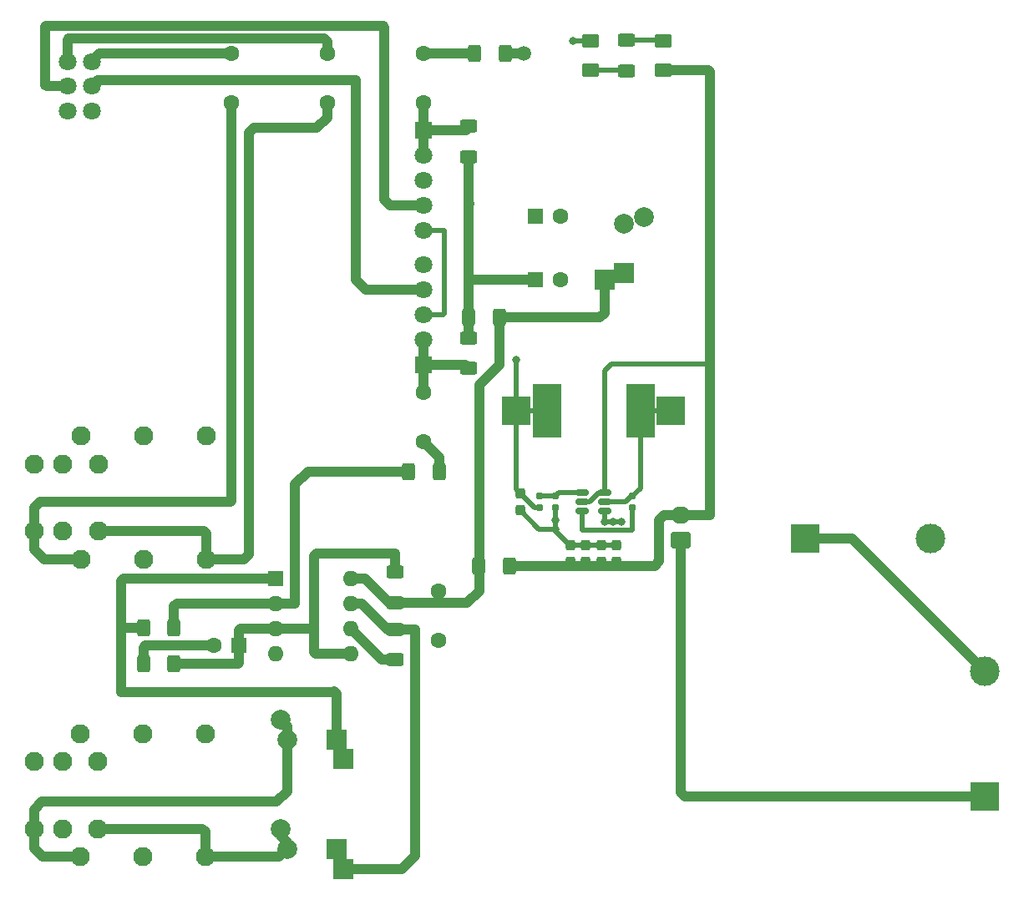
<source format=gbr>
%TF.GenerationSoftware,KiCad,Pcbnew,(6.0.0)*%
%TF.CreationDate,2022-02-22T13:24:48+00:00*%
%TF.ProjectId,Tube Headphone project V3,54756265-2048-4656-9164-70686f6e6520,rev?*%
%TF.SameCoordinates,Original*%
%TF.FileFunction,Copper,L1,Top*%
%TF.FilePolarity,Positive*%
%FSLAX46Y46*%
G04 Gerber Fmt 4.6, Leading zero omitted, Abs format (unit mm)*
G04 Created by KiCad (PCBNEW (6.0.0)) date 2022-02-22 13:24:48*
%MOMM*%
%LPD*%
G01*
G04 APERTURE LIST*
G04 Aperture macros list*
%AMRoundRect*
0 Rectangle with rounded corners*
0 $1 Rounding radius*
0 $2 $3 $4 $5 $6 $7 $8 $9 X,Y pos of 4 corners*
0 Add a 4 corners polygon primitive as box body*
4,1,4,$2,$3,$4,$5,$6,$7,$8,$9,$2,$3,0*
0 Add four circle primitives for the rounded corners*
1,1,$1+$1,$2,$3*
1,1,$1+$1,$4,$5*
1,1,$1+$1,$6,$7*
1,1,$1+$1,$8,$9*
0 Add four rect primitives between the rounded corners*
20,1,$1+$1,$2,$3,$4,$5,0*
20,1,$1+$1,$4,$5,$6,$7,0*
20,1,$1+$1,$6,$7,$8,$9,0*
20,1,$1+$1,$8,$9,$2,$3,0*%
G04 Aperture macros list end*
%TA.AperFunction,ComponentPad*%
%ADD10R,3.000000X3.000000*%
%TD*%
%TA.AperFunction,ComponentPad*%
%ADD11C,3.000000*%
%TD*%
%TA.AperFunction,SMDPad,CuDef*%
%ADD12RoundRect,0.250000X0.625000X-0.400000X0.625000X0.400000X-0.625000X0.400000X-0.625000X-0.400000X0*%
%TD*%
%TA.AperFunction,ComponentPad*%
%ADD13C,1.950000*%
%TD*%
%TA.AperFunction,SMDPad,CuDef*%
%ADD14RoundRect,0.237500X0.237500X-0.300000X0.237500X0.300000X-0.237500X0.300000X-0.237500X-0.300000X0*%
%TD*%
%TA.AperFunction,SMDPad,CuDef*%
%ADD15RoundRect,0.250000X0.400000X0.625000X-0.400000X0.625000X-0.400000X-0.625000X0.400000X-0.625000X0*%
%TD*%
%TA.AperFunction,ComponentPad*%
%ADD16R,1.600000X1.600000*%
%TD*%
%TA.AperFunction,ComponentPad*%
%ADD17C,1.600000*%
%TD*%
%TA.AperFunction,ComponentPad*%
%ADD18O,1.600000X1.600000*%
%TD*%
%TA.AperFunction,ComponentPad*%
%ADD19R,1.800000X1.800000*%
%TD*%
%TA.AperFunction,ComponentPad*%
%ADD20C,1.800000*%
%TD*%
%TA.AperFunction,ComponentPad*%
%ADD21R,2.000000X2.000000*%
%TD*%
%TA.AperFunction,ComponentPad*%
%ADD22C,2.000000*%
%TD*%
%TA.AperFunction,SMDPad,CuDef*%
%ADD23R,3.000000X5.500000*%
%TD*%
%TA.AperFunction,SMDPad,CuDef*%
%ADD24RoundRect,0.250000X-0.625000X0.400000X-0.625000X-0.400000X0.625000X-0.400000X0.625000X0.400000X0*%
%TD*%
%TA.AperFunction,SMDPad,CuDef*%
%ADD25RoundRect,0.250001X-0.624999X0.462499X-0.624999X-0.462499X0.624999X-0.462499X0.624999X0.462499X0*%
%TD*%
%TA.AperFunction,SMDPad,CuDef*%
%ADD26RoundRect,0.250001X0.624999X-0.462499X0.624999X0.462499X-0.624999X0.462499X-0.624999X-0.462499X0*%
%TD*%
%TA.AperFunction,SMDPad,CuDef*%
%ADD27RoundRect,0.250000X-0.400000X-0.625000X0.400000X-0.625000X0.400000X0.625000X-0.400000X0.625000X0*%
%TD*%
%TA.AperFunction,SMDPad,CuDef*%
%ADD28RoundRect,0.155000X-0.155000X0.212500X-0.155000X-0.212500X0.155000X-0.212500X0.155000X0.212500X0*%
%TD*%
%TA.AperFunction,SMDPad,CuDef*%
%ADD29R,3.000000X2.900000*%
%TD*%
%TA.AperFunction,SMDPad,CuDef*%
%ADD30RoundRect,0.150000X0.512500X0.150000X-0.512500X0.150000X-0.512500X-0.150000X0.512500X-0.150000X0*%
%TD*%
%TA.AperFunction,SMDPad,CuDef*%
%ADD31RoundRect,0.160000X-0.160000X0.197500X-0.160000X-0.197500X0.160000X-0.197500X0.160000X0.197500X0*%
%TD*%
%TA.AperFunction,SMDPad,CuDef*%
%ADD32RoundRect,0.160000X0.160000X-0.197500X0.160000X0.197500X-0.160000X0.197500X-0.160000X-0.197500X0*%
%TD*%
%TA.AperFunction,ComponentPad*%
%ADD33RoundRect,0.250000X0.750000X-0.600000X0.750000X0.600000X-0.750000X0.600000X-0.750000X-0.600000X0*%
%TD*%
%TA.AperFunction,ComponentPad*%
%ADD34O,2.000000X1.700000*%
%TD*%
%TA.AperFunction,ViaPad*%
%ADD35C,0.800000*%
%TD*%
%TA.AperFunction,ViaPad*%
%ADD36C,1.500000*%
%TD*%
%TA.AperFunction,Conductor*%
%ADD37C,1.000000*%
%TD*%
%TA.AperFunction,Conductor*%
%ADD38C,0.500000*%
%TD*%
G04 APERTURE END LIST*
D10*
%TO.P,BT1,1,+*%
%TO.N,Net-(BT1-Pad1)*%
X256710000Y-124600000D03*
D11*
%TO.P,BT1,2,-*%
%TO.N,Net-(BT1-Pad2)*%
X256710000Y-111900000D03*
%TD*%
D12*
%TO.P,R3,1*%
%TO.N,/R_TOUT*%
X204390000Y-81190000D03*
%TO.P,R3,2*%
%TO.N,/T_PWR*%
X204390000Y-78090000D03*
%TD*%
D13*
%TO.P,J1,R*%
%TO.N,N/C*%
X171390000Y-100552670D03*
X171390000Y-88052670D03*
X163240000Y-97702670D03*
X163240000Y-90902670D03*
%TO.P,J1,S*%
%TO.N,/R_IN*%
X165040000Y-88052670D03*
X160340000Y-90902670D03*
X165040000Y-100552670D03*
X160340000Y-97702670D03*
%TO.P,J1,T*%
%TO.N,/L_IN*%
X166840000Y-90902670D03*
X166840000Y-97702670D03*
X177740000Y-100552670D03*
X177740000Y-88052670D03*
%TD*%
D14*
%TO.P,C15,1*%
%TO.N,+18V*%
X217800000Y-100822500D03*
%TO.P,C15,2*%
%TO.N,GND*%
X217800000Y-99097500D03*
%TD*%
D15*
%TO.P,R11,1*%
%TO.N,+18V*%
X208510000Y-101230332D03*
%TO.P,R11,2*%
%TO.N,/PWR*%
X205410000Y-101230332D03*
%TD*%
D16*
%TO.P,C13,1*%
%TO.N,+2.5V*%
X211161167Y-65810000D03*
D17*
%TO.P,C13,2*%
%TO.N,GND*%
X213661167Y-65810000D03*
%TD*%
D14*
%TO.P,C1,1*%
%TO.N,GND*%
X209583119Y-95582500D03*
%TO.P,C1,2*%
%TO.N,+2.5V*%
X209583119Y-93857500D03*
%TD*%
D16*
%TO.P,U3,1*%
%TO.N,/R_OPOUT*%
X184805000Y-102505000D03*
D18*
%TO.P,U3,2,-*%
%TO.N,/R_OPIN*%
X184805000Y-105045000D03*
%TO.P,U3,3,+*%
%TO.N,/PWR-*%
X184805000Y-107585000D03*
%TO.P,U3,4,V-*%
%TO.N,GND*%
X184805000Y-110125000D03*
%TO.P,U3,5,+*%
%TO.N,/PWR-*%
X192425000Y-110125000D03*
%TO.P,U3,6,-*%
%TO.N,/L_OPIN*%
X192425000Y-107585000D03*
%TO.P,U3,7*%
%TO.N,/L_OPOUT*%
X192425000Y-105045000D03*
%TO.P,U3,8,V+*%
%TO.N,/PWR*%
X192425000Y-102505000D03*
%TD*%
D19*
%TO.P,U2,1,P*%
%TO.N,/R_TOUT*%
X199775112Y-80850000D03*
D20*
%TO.P,U2,2,G2*%
X199775112Y-78310000D03*
%TO.P,U2,3,F+\u002CG3*%
%TO.N,Net-(U1-Pad5)*%
X199775112Y-75770000D03*
%TO.P,U2,4,G1*%
%TO.N,/R_TIN*%
X199775112Y-73230000D03*
%TO.P,U2,5,F+\u002CG3*%
%TO.N,GND*%
X199775112Y-70690000D03*
%TD*%
D16*
%TO.P,C5,1*%
%TO.N,/T_PWR*%
X211161167Y-72240000D03*
D17*
%TO.P,C5,2*%
%TO.N,GND*%
X213661167Y-72240000D03*
%TD*%
D20*
%TO.P,RV1,1,1*%
%TO.N,/L_POT*%
X163700000Y-50070000D03*
%TO.P,RV1,2,2*%
%TO.N,/L_TIN*%
X163700000Y-52570000D03*
%TO.P,RV1,3,3*%
%TO.N,GND*%
X163700000Y-55070000D03*
%TO.P,RV1,4,4*%
%TO.N,/R_POT*%
X166200000Y-50070000D03*
%TO.P,RV1,5,5*%
%TO.N,/R_TIN*%
X166200000Y-52570000D03*
%TO.P,RV1,6,6*%
%TO.N,GND*%
X166200000Y-55070000D03*
%TD*%
D21*
%TO.P,C10,1*%
%TO.N,/PWR*%
X220137362Y-71530591D03*
X218137362Y-72202735D03*
D22*
%TO.P,C10,2*%
%TO.N,GND*%
X222137362Y-65858447D03*
X220137362Y-66530591D03*
%TD*%
D12*
%TO.P,R10,1*%
%TO.N,/L_OPIN*%
X196932449Y-110755000D03*
%TO.P,R10,2*%
%TO.N,/L_OPOUT*%
X196932449Y-107655000D03*
%TD*%
D14*
%TO.P,C14,1*%
%TO.N,+18V*%
X219360198Y-100822500D03*
%TO.P,C14,2*%
%TO.N,GND*%
X219360198Y-99097500D03*
%TD*%
D21*
%TO.P,C12,1*%
%TO.N,/L_OPOUT*%
X191627689Y-131938024D03*
X190955545Y-129938024D03*
D22*
%TO.P,C12,2*%
%TO.N,/L_OUT*%
X185283401Y-127938024D03*
X185955545Y-129938024D03*
%TD*%
D21*
%TO.P,C11,1*%
%TO.N,/R_OPOUT*%
X190955545Y-118841976D03*
X191627689Y-120841976D03*
D22*
%TO.P,C11,2*%
%TO.N,/R_OUT*%
X185955545Y-118841976D03*
X185283401Y-116841976D03*
%TD*%
D23*
%TO.P,REF\u002A\u002A,1*%
%TO.N,+2.5V*%
X212280000Y-85540000D03*
%TO.P,REF\u002A\u002A,2*%
%TO.N,Net-(C2-Pad1)*%
X221780000Y-85540000D03*
%TD*%
D24*
%TO.P,R2,1*%
%TO.N,/L_TOUT*%
X204390000Y-56660000D03*
%TO.P,R2,2*%
%TO.N,/T_PWR*%
X204390000Y-59760000D03*
%TD*%
D16*
%TO.P,C9,1*%
%TO.N,/PWR-*%
X181075113Y-109296335D03*
D17*
%TO.P,C9,2*%
%TO.N,GND*%
X178575113Y-109296335D03*
%TD*%
D25*
%TO.P,D2,1,K*%
%TO.N,GND*%
X216690000Y-48015000D03*
%TO.P,D2,2,A*%
%TO.N,Net-(D2-Pad2)*%
X216690000Y-50990000D03*
%TD*%
D26*
%TO.P,D1,1,K*%
%TO.N,+18V*%
X224090000Y-50945000D03*
%TO.P,D1,2,A*%
%TO.N,Net-(D1-Pad2)*%
X224090000Y-47970000D03*
%TD*%
D15*
%TO.P,R5,1*%
%TO.N,Net-(C7-Pad1)*%
X201390000Y-91650000D03*
%TO.P,R5,2*%
%TO.N,/R_OPIN*%
X198290000Y-91650000D03*
%TD*%
%TO.P,R9,1*%
%TO.N,/R_OPIN*%
X174510000Y-107476335D03*
%TO.P,R9,2*%
%TO.N,/R_OPOUT*%
X171410000Y-107476335D03*
%TD*%
D27*
%TO.P,R6,1*%
%TO.N,Net-(C8-Pad1)*%
X204955112Y-49260000D03*
%TO.P,R6,2*%
%TO.N,/L_OPIN*%
X208055112Y-49260000D03*
%TD*%
D28*
%TO.P,C2,1*%
%TO.N,Net-(C2-Pad1)*%
X220964485Y-94158629D03*
%TO.P,C2,2*%
%TO.N,Net-(C2-Pad2)*%
X220964485Y-95293629D03*
%TD*%
D12*
%TO.P,R1,1*%
%TO.N,Net-(D2-Pad2)*%
X220390000Y-51030000D03*
%TO.P,R1,2*%
%TO.N,Net-(D1-Pad2)*%
X220390000Y-47930000D03*
%TD*%
D29*
%TO.P,L1,1,1*%
%TO.N,+2.5V*%
X209180000Y-85540000D03*
%TO.P,L1,2,2*%
%TO.N,Net-(C2-Pad1)*%
X224880000Y-85540000D03*
%TD*%
D17*
%TO.P,C17,1*%
%TO.N,GND*%
X201320000Y-108805000D03*
%TO.P,C17,2*%
%TO.N,/PWR*%
X201320000Y-103805000D03*
%TD*%
D30*
%TO.P,U4,1,GND*%
%TO.N,GND*%
X218167500Y-95686129D03*
%TO.P,U4,2,SW*%
%TO.N,Net-(C2-Pad1)*%
X218167500Y-94736129D03*
%TO.P,U4,3,VIN*%
%TO.N,+18V*%
X218167500Y-93786129D03*
%TO.P,U4,4,FB*%
%TO.N,Net-(R12-Pad2)*%
X215892500Y-93786129D03*
%TO.P,U4,5,EN*%
%TO.N,+18V*%
X215892500Y-94736129D03*
%TO.P,U4,6,CB*%
%TO.N,Net-(C2-Pad2)*%
X215892500Y-95686129D03*
%TD*%
D31*
%TO.P,R13,1*%
%TO.N,Net-(R12-Pad2)*%
X213152150Y-94128629D03*
%TO.P,R13,2*%
%TO.N,GND*%
X213152150Y-95323629D03*
%TD*%
D19*
%TO.P,U1,1,P*%
%TO.N,/L_TOUT*%
X199775112Y-57017741D03*
D20*
%TO.P,U1,2,G2*%
X199775112Y-59557741D03*
%TO.P,U1,3,F+\u002CG3*%
%TO.N,+2.5V*%
X199775112Y-62097741D03*
%TO.P,U1,4,G1*%
%TO.N,/L_TIN*%
X199775112Y-64637741D03*
%TO.P,U1,5,F+\u002CG3*%
%TO.N,Net-(U1-Pad5)*%
X199775112Y-67177741D03*
%TD*%
D32*
%TO.P,R12,1*%
%TO.N,+2.5V*%
X211582150Y-95323629D03*
%TO.P,R12,2*%
%TO.N,Net-(R12-Pad2)*%
X211582150Y-94128629D03*
%TD*%
D33*
%TO.P,Power SW,1,A*%
%TO.N,Net-(BT1-Pad1)*%
X225880000Y-98620000D03*
D34*
%TO.P,Power SW,2,B*%
%TO.N,+18V*%
X225880000Y-96120000D03*
%TD*%
D15*
%TO.P,R4,1*%
%TO.N,/PWR*%
X207500000Y-76030000D03*
%TO.P,R4,2*%
%TO.N,/T_PWR*%
X204400000Y-76030000D03*
%TD*%
D14*
%TO.P,C16,1*%
%TO.N,+18V*%
X216239803Y-100822500D03*
%TO.P,C16,2*%
%TO.N,GND*%
X216239803Y-99097500D03*
%TD*%
D17*
%TO.P,C8,1*%
%TO.N,Net-(C8-Pad1)*%
X199775112Y-49259315D03*
%TO.P,C8,2*%
%TO.N,/L_TOUT*%
X199775112Y-54259315D03*
%TD*%
%TO.P,C7,1*%
%TO.N,Net-(C7-Pad1)*%
X199775112Y-88630454D03*
%TO.P,C7,2*%
%TO.N,/R_TOUT*%
X199775112Y-83630454D03*
%TD*%
D24*
%TO.P,R7,1*%
%TO.N,/PWR-*%
X196932449Y-101855000D03*
%TO.P,R7,2*%
%TO.N,/PWR*%
X196932449Y-104955000D03*
%TD*%
D14*
%TO.P,C4,1*%
%TO.N,+18V*%
X214679606Y-100822500D03*
%TO.P,C4,2*%
%TO.N,GND*%
X214679606Y-99097500D03*
%TD*%
D13*
%TO.P,J2,R*%
%TO.N,N/C*%
X163210000Y-127890000D03*
X163210000Y-121090000D03*
X171360000Y-130740000D03*
X171360000Y-118240000D03*
%TO.P,J2,S*%
%TO.N,/R_OUT*%
X165010000Y-130740000D03*
X160310000Y-127890000D03*
X160310000Y-121090000D03*
X165010000Y-118240000D03*
%TO.P,J2,T*%
%TO.N,/L_OUT*%
X166810000Y-121090000D03*
X177710000Y-118240000D03*
X166810000Y-127890000D03*
X177710000Y-130740000D03*
%TD*%
D17*
%TO.P,C6,1*%
%TO.N,/R_POT*%
X180300000Y-49259315D03*
%TO.P,C6,2*%
%TO.N,/R_IN*%
X180300000Y-54259315D03*
%TD*%
D10*
%TO.P,BT2,1,+*%
%TO.N,Net-(BT1-Pad2)*%
X238503552Y-98417629D03*
D11*
%TO.P,BT2,2,-*%
%TO.N,GND*%
X251203552Y-98417629D03*
%TD*%
D15*
%TO.P,R8,1*%
%TO.N,/PWR-*%
X174510000Y-111116335D03*
%TO.P,R8,2*%
%TO.N,GND*%
X171410000Y-111116335D03*
%TD*%
D17*
%TO.P,C3,1*%
%TO.N,/L_POT*%
X190010000Y-49259315D03*
%TO.P,C3,2*%
%TO.N,/L_IN*%
X190010000Y-54259315D03*
%TD*%
D35*
%TO.N,GND*%
X219867000Y-96729129D03*
X213152150Y-96597850D03*
X218168175Y-96729129D03*
X214945000Y-48015000D03*
X213152150Y-97497850D03*
X219017587Y-96729129D03*
D36*
%TO.N,/L_OPIN*%
X209940000Y-49250000D03*
D35*
%TO.N,+2.5V*%
X209180000Y-80330000D03*
%TD*%
D37*
%TO.N,Net-(BT1-Pad1)*%
X256710000Y-124600000D02*
X226270000Y-124600000D01*
X225850000Y-124180000D02*
X225850000Y-98790000D01*
X226270000Y-124600000D02*
X225850000Y-124180000D01*
D38*
%TO.N,GND*%
X218168175Y-96729129D02*
X218997000Y-96729129D01*
X214679606Y-99097500D02*
X214571765Y-99097500D01*
D37*
X171410000Y-109510000D02*
X171623665Y-109296335D01*
X171410000Y-111116335D02*
X171410000Y-109510000D01*
X171623665Y-109296335D02*
X178575113Y-109296335D01*
D38*
X211498469Y-97497850D02*
X213152150Y-97497850D01*
X218167500Y-96728454D02*
X218168175Y-96729129D01*
X214571765Y-99097500D02*
X213152150Y-97677885D01*
X213152150Y-95323629D02*
X213152150Y-96597850D01*
X213152150Y-96597850D02*
X213152150Y-97497850D01*
X219360198Y-99097500D02*
X214679606Y-99097500D01*
X216690000Y-48015000D02*
X214945000Y-48015000D01*
X218997000Y-96729129D02*
X219867000Y-96729129D01*
X218167500Y-95686129D02*
X218167500Y-96728454D01*
X209583119Y-95582500D02*
X211498469Y-97497850D01*
X213152150Y-97497850D02*
X213152150Y-97677885D01*
D37*
%TO.N,Net-(BT1-Pad2)*%
X243227629Y-98417629D02*
X256710000Y-111900000D01*
X238503552Y-98417629D02*
X243227629Y-98417629D01*
%TO.N,Net-(C7-Pad1)*%
X201390000Y-90245342D02*
X199775112Y-88630454D01*
X201390000Y-91650000D02*
X201390000Y-90245342D01*
%TO.N,Net-(C8-Pad1)*%
X204954427Y-49259315D02*
X199775112Y-49259315D01*
X204955112Y-49260000D02*
X204954427Y-49259315D01*
%TO.N,+18V*%
X225830000Y-96106031D02*
X228806031Y-96106031D01*
X224183969Y-96106031D02*
X225830000Y-96106031D01*
X228806031Y-80753969D02*
X228806031Y-51086031D01*
D38*
X218167500Y-93786129D02*
X218167500Y-81437500D01*
X216657151Y-94736129D02*
X215892500Y-94736129D01*
D37*
X223670000Y-100770000D02*
X223670000Y-96620000D01*
X223670000Y-96620000D02*
X224183969Y-96106031D01*
D38*
X218160000Y-81430000D02*
X218836031Y-80753969D01*
X218836031Y-80753969D02*
X228806031Y-80753969D01*
D37*
X228806031Y-96106031D02*
X228806031Y-80753969D01*
X208510000Y-101230332D02*
X223209668Y-101230332D01*
X228806031Y-51086031D02*
X228665000Y-50945000D01*
D38*
X218167500Y-93786129D02*
X217607151Y-93786129D01*
X217607151Y-93786129D02*
X216657151Y-94736129D01*
X218167500Y-81437500D02*
X218160000Y-81430000D01*
D37*
X223209668Y-101230332D02*
X223670000Y-100770000D01*
X228665000Y-50945000D02*
X224090000Y-50945000D01*
%TO.N,/T_PWR*%
X204390000Y-78100000D02*
X204390000Y-72180000D01*
X204460000Y-72110000D02*
X204390000Y-72180000D01*
X204590000Y-72240000D02*
X204460000Y-72110000D01*
X204390000Y-72180000D02*
X204390000Y-64390000D01*
X211161167Y-72240000D02*
X204590000Y-72240000D01*
X204390000Y-64390000D02*
X204460000Y-64460000D01*
X204390000Y-64390000D02*
X204390000Y-59760000D01*
%TO.N,/PWR*%
X201455000Y-104955000D02*
X204225000Y-104955000D01*
X196932449Y-104955000D02*
X196325000Y-104955000D01*
X201320000Y-104820000D02*
X201455000Y-104955000D01*
X218137362Y-75572638D02*
X217680000Y-76030000D01*
X196325000Y-104955000D02*
X193875000Y-102505000D01*
X193875000Y-102505000D02*
X192425000Y-102505000D01*
X196932449Y-104955000D02*
X196957449Y-104980000D01*
X201455000Y-104955000D02*
X196932449Y-104955000D01*
X204225000Y-104955000D02*
X205435000Y-103745000D01*
X205435000Y-103745000D02*
X205435000Y-82895000D01*
X206020000Y-82310000D02*
X206040000Y-82310000D01*
X207500000Y-80850000D02*
X207500000Y-76030000D01*
X206040000Y-82310000D02*
X207500000Y-80850000D01*
X205435000Y-82895000D02*
X206020000Y-82310000D01*
X201320000Y-103805000D02*
X201320000Y-104820000D01*
X217680000Y-76030000D02*
X207500000Y-76030000D01*
X218137362Y-72202735D02*
X218137362Y-75572638D01*
%TO.N,/L_IN*%
X182070000Y-100080000D02*
X181597330Y-100552670D01*
X190010000Y-55750000D02*
X188990000Y-56770000D01*
X190010000Y-54259315D02*
X190010000Y-55750000D01*
X177740000Y-100552670D02*
X177740000Y-97960000D01*
X177740000Y-97960000D02*
X177482670Y-97702670D01*
X188990000Y-56770000D02*
X182630000Y-56770000D01*
X177482670Y-97702670D02*
X166840000Y-97702670D01*
X182630000Y-56770000D02*
X182070000Y-57330000D01*
X182070000Y-57330000D02*
X182070000Y-100080000D01*
X181597330Y-100552670D02*
X177740000Y-100552670D01*
%TO.N,/R_IN*%
X180250000Y-94690000D02*
X180300000Y-94640000D01*
X180300000Y-94640000D02*
X180300000Y-54259315D01*
X161340000Y-100552670D02*
X165040000Y-100552670D01*
X160340000Y-95282670D02*
X160896335Y-94726335D01*
X160340000Y-99552670D02*
X161340000Y-100552670D01*
X160932670Y-94690000D02*
X160896335Y-94726335D01*
X160340000Y-97702670D02*
X160340000Y-95282670D01*
X160340000Y-97702670D02*
X160340000Y-99552670D01*
X180250000Y-94690000D02*
X160932670Y-94690000D01*
%TO.N,/R_OUT*%
X160310000Y-129830000D02*
X160300000Y-129840000D01*
X160310000Y-127890000D02*
X160310000Y-129830000D01*
X161200000Y-130740000D02*
X165010000Y-130740000D01*
X185955545Y-118841976D02*
X185955545Y-124104455D01*
X185955545Y-124104455D02*
X184910000Y-125150000D01*
X161100000Y-125150000D02*
X160310000Y-125940000D01*
X160300000Y-129840000D02*
X161200000Y-130740000D01*
X185955545Y-117514120D02*
X185283401Y-116841976D01*
X184910000Y-125150000D02*
X161100000Y-125150000D01*
X185955545Y-118841976D02*
X185955545Y-117514120D01*
X160310000Y-125940000D02*
X160310000Y-127890000D01*
%TO.N,/L_OUT*%
X177380000Y-127880000D02*
X177710000Y-128210000D01*
X177710000Y-128210000D02*
X177710000Y-130740000D01*
X166810000Y-127890000D02*
X177370000Y-127890000D01*
X185153569Y-130740000D02*
X185955545Y-129938024D01*
X177370000Y-127890000D02*
X177380000Y-127880000D01*
X177710000Y-130740000D02*
X185153569Y-130740000D01*
X185283401Y-128577856D02*
X185955545Y-129250000D01*
%TO.N,/L_POT*%
X163700000Y-47900000D02*
X163700000Y-50070000D01*
X190010000Y-48070000D02*
X189699804Y-47759804D01*
X189699804Y-47759804D02*
X163840196Y-47759804D01*
X190010000Y-49259315D02*
X190010000Y-48070000D01*
X163840196Y-47759804D02*
X163700000Y-47900000D01*
%TO.N,/R_POT*%
X166940685Y-49259315D02*
X166200000Y-50000000D01*
X180300000Y-49259315D02*
X166940685Y-49259315D01*
X166200000Y-50000000D02*
X166200000Y-50070000D01*
%TO.N,/R_OPOUT*%
X190730000Y-113970000D02*
X190955545Y-114195545D01*
X179105000Y-102505000D02*
X184805000Y-102505000D01*
X169170000Y-107140000D02*
X169170000Y-106050000D01*
X169170000Y-108140000D02*
X169170000Y-114000000D01*
X169435000Y-102505000D02*
X169170000Y-102770000D01*
X169170000Y-107440000D02*
X169170000Y-107140000D01*
X169206335Y-107476335D02*
X169170000Y-107440000D01*
X169170000Y-102770000D02*
X169170000Y-107140000D01*
X169170000Y-114000000D02*
X190700000Y-114000000D01*
X190955545Y-114195545D02*
X190955545Y-118841976D01*
X169170000Y-108140000D02*
X169170000Y-107440000D01*
X179105000Y-102505000D02*
X171205000Y-102505000D01*
X171205000Y-102505000D02*
X169435000Y-102505000D01*
X171410000Y-107476335D02*
X169206335Y-107476335D01*
X190700000Y-114000000D02*
X190730000Y-113970000D01*
%TO.N,/L_OPOUT*%
X193545000Y-105045000D02*
X192425000Y-105045000D01*
X198900000Y-130620000D02*
X197581976Y-131938024D01*
X198900000Y-107650000D02*
X198900000Y-130620000D01*
X196155000Y-107655000D02*
X193545000Y-105045000D01*
X196937449Y-107650000D02*
X198900000Y-107650000D01*
X196932449Y-107655000D02*
X196155000Y-107655000D01*
X196932449Y-107655000D02*
X196937449Y-107650000D01*
X197581976Y-131938024D02*
X191627689Y-131938024D01*
%TO.N,/R_TOUT*%
X199775112Y-83630454D02*
X199775112Y-80850000D01*
X199775112Y-78310000D02*
X199775112Y-80850000D01*
X204040000Y-80850000D02*
X204390000Y-81200000D01*
X199775112Y-80850000D02*
X204040000Y-80850000D01*
%TO.N,/L_TOUT*%
X199775112Y-57017741D02*
X204032259Y-57017741D01*
X199775112Y-59557741D02*
X199775112Y-57017741D01*
X204065112Y-57010000D02*
X204057371Y-57017741D01*
X199775112Y-54259315D02*
X199775112Y-57017741D01*
X204032259Y-57017741D02*
X204390000Y-56660000D01*
%TO.N,/R_OPIN*%
X184805000Y-105045000D02*
X186735000Y-105045000D01*
X174805000Y-105045000D02*
X174800000Y-105040000D01*
X186750000Y-105030000D02*
X186750000Y-92980000D01*
X188080000Y-91650000D02*
X186750000Y-92980000D01*
X186735000Y-105045000D02*
X186750000Y-105030000D01*
X174510000Y-105330000D02*
X174510000Y-107476335D01*
X198290000Y-91650000D02*
X188080000Y-91650000D01*
X174800000Y-105040000D02*
X174510000Y-105330000D01*
X184805000Y-105045000D02*
X174805000Y-105045000D01*
%TO.N,/L_OPIN*%
X208065112Y-49250000D02*
X208055112Y-49260000D01*
X209940000Y-49250000D02*
X208065112Y-49250000D01*
X196932449Y-110755000D02*
X195595000Y-110755000D01*
X195595000Y-110755000D02*
X192425000Y-107585000D01*
%TO.N,/L_TIN*%
X195690000Y-46470000D02*
X161530000Y-46470000D01*
X195840000Y-46620000D02*
X195690000Y-46470000D01*
X161530000Y-46470000D02*
X161470000Y-46530000D01*
X199775112Y-64637741D02*
X196367741Y-64637741D01*
X161470000Y-52440000D02*
X161600000Y-52570000D01*
X196367741Y-64637741D02*
X195840000Y-64110000D01*
X195840000Y-64110000D02*
X195840000Y-46620000D01*
X161470000Y-46530000D02*
X161470000Y-52440000D01*
X161600000Y-52570000D02*
X163700000Y-52570000D01*
%TO.N,/R_TIN*%
X166780000Y-51990000D02*
X166200000Y-52570000D01*
X193950000Y-73230000D02*
X192930000Y-72210000D01*
X199775112Y-73230000D02*
X193950000Y-73230000D01*
X192930000Y-51990000D02*
X166780000Y-51990000D01*
X192930000Y-72210000D02*
X192930000Y-51990000D01*
D38*
%TO.N,Net-(D1-Pad2)*%
X220390000Y-47930000D02*
X224050000Y-47930000D01*
D37*
X224050000Y-47930000D02*
X224090000Y-47970000D01*
%TO.N,/PWR-*%
X184805000Y-107585000D02*
X188705000Y-107585000D01*
X196932449Y-99957551D02*
X196950000Y-99940000D01*
X188705000Y-109985000D02*
X188705000Y-106695000D01*
X188960000Y-99940000D02*
X188705000Y-100195000D01*
X188705000Y-106695000D02*
X188705000Y-107585000D01*
X188850000Y-110130000D02*
X188705000Y-109985000D01*
X181075113Y-109296335D02*
X181075113Y-111035113D01*
X181075113Y-109296335D02*
X181075113Y-107754887D01*
X181003665Y-111116335D02*
X174510000Y-111116335D01*
X181080000Y-111040000D02*
X181003665Y-111116335D01*
X188705000Y-100195000D02*
X188705000Y-106695000D01*
X181075113Y-107754887D02*
X181245000Y-107585000D01*
X196950000Y-99940000D02*
X188960000Y-99940000D01*
X188855000Y-110125000D02*
X188850000Y-110130000D01*
X196932449Y-101855000D02*
X196932449Y-99957551D01*
X192425000Y-110125000D02*
X188855000Y-110125000D01*
X181245000Y-107585000D02*
X184805000Y-107585000D01*
X181075113Y-111035113D02*
X181080000Y-111040000D01*
D38*
%TO.N,Net-(D2-Pad2)*%
X216690000Y-50990000D02*
X220350000Y-50990000D01*
D37*
X220350000Y-50990000D02*
X220390000Y-51030000D01*
D38*
%TO.N,+2.5V*%
X209180000Y-93454381D02*
X209180000Y-85540000D01*
X211049248Y-95323629D02*
X209583119Y-93857500D01*
X209583119Y-93857500D02*
X209180000Y-93454381D01*
X212280000Y-85540000D02*
X209180000Y-85540000D01*
X211582150Y-95323629D02*
X211049248Y-95323629D01*
X209180000Y-85540000D02*
X209180000Y-80330000D01*
%TO.N,Net-(C2-Pad1)*%
X221780000Y-93343114D02*
X221780000Y-85540000D01*
X218167500Y-94736129D02*
X220299565Y-94736129D01*
X220877065Y-94158629D02*
X220964485Y-94158629D01*
X221400000Y-85540000D02*
X224880000Y-85540000D01*
X220964485Y-94158629D02*
X221780000Y-93343114D01*
X220299565Y-94736129D02*
X220877065Y-94158629D01*
%TO.N,Net-(C2-Pad2)*%
X220964485Y-95293629D02*
X220964485Y-97540614D01*
X220926470Y-97578629D02*
X220964485Y-97540614D01*
X215892500Y-97578629D02*
X220926470Y-97578629D01*
X215892500Y-97578629D02*
X215892500Y-95686129D01*
%TO.N,Net-(R12-Pad2)*%
X213494650Y-93786129D02*
X213152150Y-94128629D01*
X215892500Y-93786129D02*
X213494650Y-93786129D01*
X211582150Y-94128629D02*
X213152150Y-94128629D01*
%TO.N,Net-(U1-Pad5)*%
X199775112Y-67177741D02*
X201922259Y-67177741D01*
X201850000Y-75770000D02*
X199775112Y-75770000D01*
X201930000Y-67170000D02*
X201930000Y-75690000D01*
%TD*%
M02*

</source>
